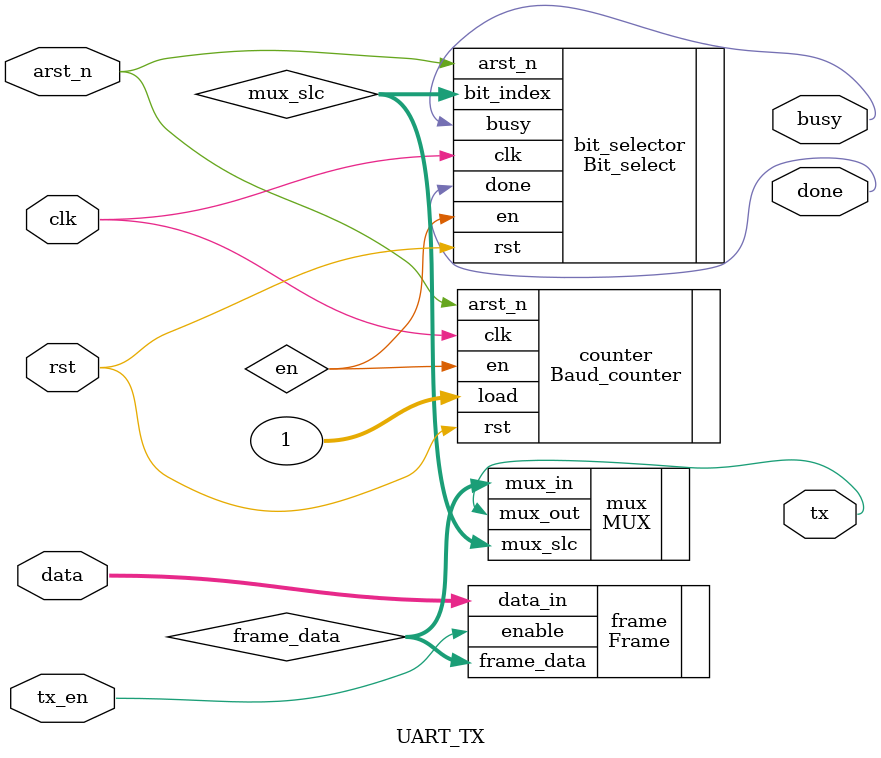
<source format=v>
module UART_TX #(parameter data_width = 8)(
  input tx_en,rst,arst_n,clk,
  input[data_width-1:0] data,
  output done,busy,tx
);
localparam tx_load = 1;
wire[data_width+1:0] frame_data;
wire en;
wire[3:0] mux_slc;

Baud_counter counter(.rst(rst),.clk(clk),.arst_n(arst_n),.en(en),.load(tx_load));
Frame #(data_width)frame(.data_in(data),.enable(tx_en),.frame_data(frame_data));
Bit_select #(10,3) bit_selector(.en(en),.clk(clk),.rst(rst),.arst_n(arst_n),.bit_index(mux_slc),.busy(busy),.done(done));
MUX #(10,3)mux(.mux_in(frame_data),.mux_slc(mux_slc),.mux_out(tx));

endmodule //UART_TX
</source>
